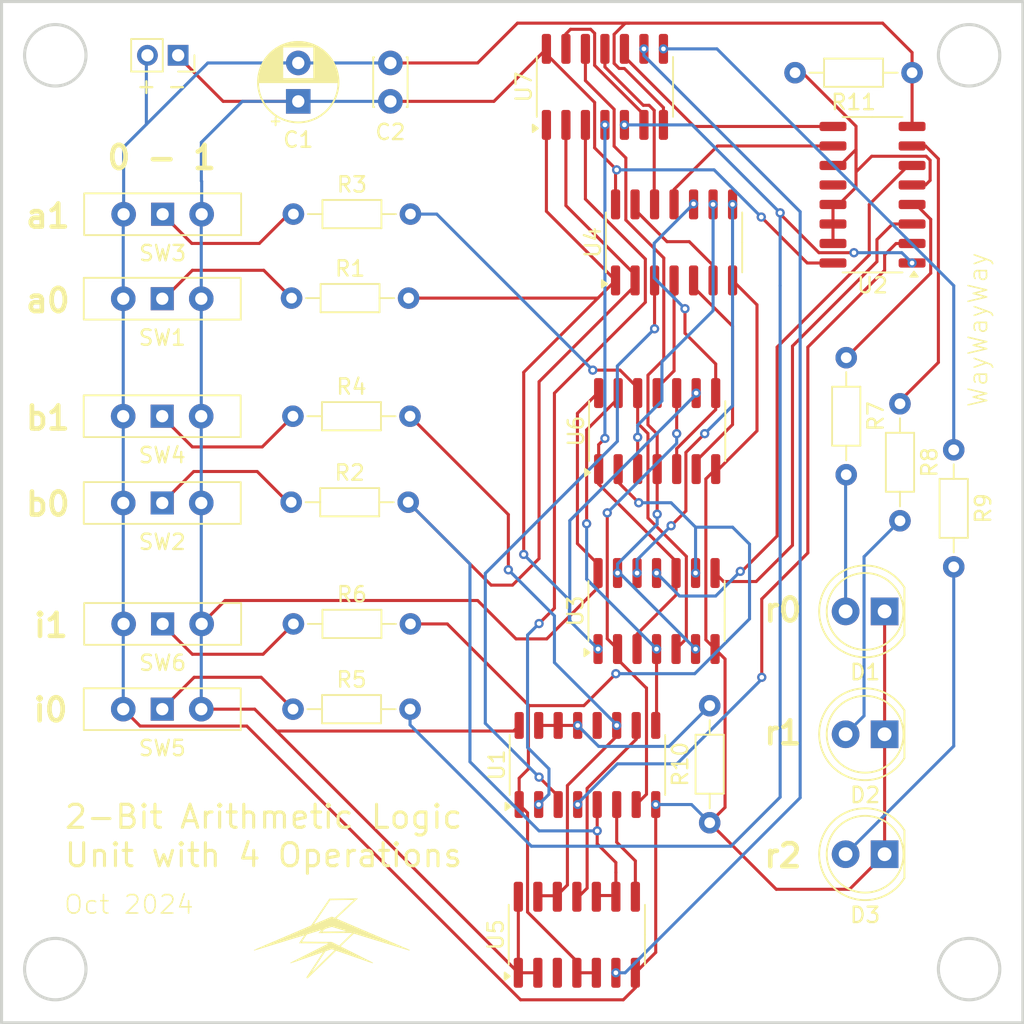
<source format=kicad_pcb>
(kicad_pcb (version 20240108) (generator "pcbnew") (generator_version "8.0")
  (layers (0 "F.Cu" signal) (31 "B.Cu" signal) (34 "B.Paste" user) (35 "F.Paste" user) (36 "B.SilkS" user "B.Silkscreen") (37 "F.SilkS" user "F.Silkscreen") (38 "B.Mask" user) (39 "F.Mask" user) (44 "Edge.Cuts" user))
  (net 0 "")
  (net 1 "GND")
  (net 2 "+5V")
  (net 3 "Net-(D1-A)")
  (net 4 "Net-(D2-A)")
  (net 5 "Net-(D3-A)")
  (net 6 "/A0")
  (net 7 "Net-(SW1-B)")
  (net 8 "/B0")
  (net 9 "Net-(SW2-B)")
  (net 10 "Net-(SW3-B)")
  (net 11 "/A1")
  (net 12 "Net-(SW4-B)")
  (net 13 "/B1")
  (net 14 "/I0")
  (net 15 "Net-(SW5-B)")
  (net 16 "Net-(SW6-B)")
  (net 17 "/I1")
  (net 18 "Net-(U2-E)")
  (net 19 "Net-(U2-Za)")
  (net 20 "Net-(U2-Zb)")
  (net 21 "Net-(U1-E)")
  (net 22 "/U7C-OUT")
  (net 23 "/U5C-OUT")
  (net 24 "/U1A-OUT")
  (net 25 "/U5D-OUT")
  (net 26 "/U7A-OUT")
  (net 27 "/U1C-OUT")
  (net 29 "/U1B-OUT")
  (net 31 "/U4A-OUT")
  (net 32 "/U3D-OUT")
  (net 33 "/U3C-OUT")
  (net 34 "/U4D-OUT")
  (net 35 "/U2C-OUT")
  (net 36 "/U3B-OUT")
  (net 37 "/U3A-OUT")
  (net 38 "Net-(U4-Pad13)")
  (net 39 "/U4C-OUT")
  (net 40 "/U6A-OUT")
  (net 41 "/U6C-OUT")
  (net 42 "/U6D-OUT")
  (net 43 "/U6B-OUT")
  (net 45 "/U7D-OUT")
  (net 46 "Net-(U7-Pad13)")
  (net 47 "/U5B-OUT")
  (footprint "Button_Switch_THT:SW_Slide-03_Wuerth-WS-SLTV_10x2.5x6.4_P2.54mm" (layer "F.Cu") (at 22.49 25.85 180)
    (property "Reference" "SW3")
    (property "Value" "SW_Wuerth_450301014042" (hide yes))
  )
  (footprint "Resistor_THT:R_Axial_DIN0204_L3.6mm_D1.6mm_P7.62mm_Horizontal" (layer "F.Cu") (at 31.005 25.84)
    (property "Reference" "R3")
    (property "Value" "1k" (hide yes))
  )
  (footprint "Package_SO:SO-14_3.9x8.65mm_P1.27mm" (layer "F.Cu") (at 51.2875 17.557224 90)
    (property "Reference" "U7")
    (property "Value" "74HC08" (hide yes))
  )
  (footprint "Button_Switch_THT:SW_Slide-03_Wuerth-WS-SLTV_10x2.5x6.4_P2.54mm" (layer "F.Cu") (at 22.49 52.525 180)
    (property "Reference" "SW6")
    (property "Value" "SW_Wuerth_450301014042" (hide yes))
  )
  (footprint "Resistor_THT:R_Axial_DIN0204_L3.6mm_D1.6mm_P7.62mm_Horizontal" (layer "F.Cu") (at 30.86 44.6)
    (property "Reference" "R2")
    (property "Value" "1k" (hide yes))
  )
  (footprint "Resistor_THT:R_Axial_DIN0204_L3.6mm_D1.6mm_P7.62mm_Horizontal" (layer "F.Cu") (at 70.5 38.19 -90)
    (property "Reference" "R8")
    (property "Value" "470" (hide yes))
  )
  (footprint "LED_THT:LED_D5.0mm_Clear" (layer "F.Cu") (at 69.5 51.71 180)
    (property "Reference" "D1")
    (property "Value" "LED" (hide yes))
  )
  (footprint "Resistor_THT:R_Axial_DIN0204_L3.6mm_D1.6mm_P7.62mm_Horizontal" (layer "F.Cu") (at 30.98 58.075)
    (property "Reference" "R5")
    (property "Value" "1k" (hide yes))
  )
  (footprint "Package_SO:SO-14_3.9x8.65mm_P1.27mm" (layer "F.Cu") (at 55.79 27.684448 90)
    (property "Reference" "U4")
    (property "Value" "74LS32" (hide yes))
  )
  (footprint "Button_Switch_THT:SW_Slide-03_Wuerth-WS-SLTV_10x2.5x6.4_P2.54mm" (layer "F.Cu") (at 22.465 44.65 180)
    (property "Reference" "SW2")
    (property "Value" "SW_Wuerth_450301014042" (hide yes))
  )
  (footprint "Package_SO:SO-14_3.9x8.65mm_P1.27mm" (layer "F.Cu") (at 54.69 39.969448 90)
    (property "Reference" "U6")
    (property "Value" "74LS08" (hide yes))
  )
  (footprint "Resistor_THT:R_Axial_DIN0204_L3.6mm_D1.6mm_P7.62mm_Horizontal" (layer "F.Cu") (at 67 35.19 -90)
    (property "Reference" "R7")
    (property "Value" "470" (hide yes))
  )
  (footprint "Resistor_THT:R_Axial_DIN0204_L3.6mm_D1.6mm_P7.62mm_Horizontal" (layer "F.Cu") (at 71.2875 16.633896 180)
    (property "Reference" "R11")
    (property "Value" "1k" (hide yes))
  )
  (footprint "LED_THT:LED_D5.0mm_Clear" (layer "F.Cu") (at 69.5 59.71 180)
    (property "Reference" "D2")
    (property "Value" "LED" (hide yes))
  )
  (footprint "Resistor_THT:R_Axial_DIN0204_L3.6mm_D1.6mm_P7.62mm_Horizontal" (layer "F.Cu") (at 74 41.19 -90)
    (property "Reference" "R9")
    (property "Value" "470" (hide yes))
  )
  (footprint "Capacitor_THT:CP_Radial_D5.0mm_P2.50mm" (layer "F.Cu") (at 31.32 18.5 90)
    (property "Reference" "C1")
    (property "Value" "10u" (hide yes))
  )
  (footprint "Package_SO:SO-16_3.9x9.9mm_P1.27mm" (layer "F.Cu") (at 68.7125 24.578896 180)
    (property "Reference" "U2")
    (property "Value" "74LS157" (hide yes))
  )
  (footprint "Button_Switch_THT:SW_Slide-03_Wuerth-WS-SLTV_10x2.5x6.4_P2.54mm" (layer "F.Cu") (at 22.465 31.35 180)
    (property "Reference" "SW1")
    (property "Value" "SW_Wuerth_450301014042" (hide yes))
  )
  (footprint "Button_Switch_THT:SW_Slide-03_Wuerth-WS-SLTV_10x2.5x6.4_P2.54mm" (layer "F.Cu") (at 22.46 39 180)
    (property "Reference" "SW4")
    (property "Value" "SW_Wuerth_450301014042" (hide yes))
  )
  (footprint "LED_THT:LED_D5.0mm_Clear" (layer "F.Cu") (at 69.5 67.52 180)
    (property "Reference" "D3")
    (property "Value" "LED" (hide yes))
  )
  (footprint "Package_SO:SO-16_3.9x9.9mm_P1.27mm" (layer "F.Cu") (at 50.15 61.71 90)
    (property "Reference" "U1")
    (property "Value" "74LS157" (hide yes))
  )
  (footprint "Button_Switch_THT:SW_Slide-03_Wuerth-WS-SLTV_10x2.5x6.4_P2.54mm" (layer "F.Cu") (at 22.465 58.075 180)
    (property "Reference" "SW5")
    (property "Value" "SW_Wuerth_450301014042" (hide yes))
  )
  (footprint "LOGO" (layer "F.Cu") (at 33.5 73)
    (property "Reference" "G***" (hide yes))
    (property "Value" "LOGO" (hide yes))
  )
  (footprint "Resistor_THT:R_Axial_DIN0204_L3.6mm_D1.6mm_P7.62mm_Horizontal" (layer "F.Cu") (at 58.11 65.47 90)
    (property "Reference" "R10")
    (property "Value" "1k" (hide yes))
  )
  (footprint "Package_SO:SO-14_3.9x8.65mm_P1.27mm" (layer "F.Cu") (at 54.65 51.685 90)
    (property "Reference" "U3")
    (property "Value" "74HC86" (hide yes))
  )
  (footprint "Package_SO:SO-14_3.9x8.65mm_P1.27mm" (layer "F.Cu") (at 49.46 72.765 90)
    (property "Reference" "U5")
    (property "Value" "74HC00" (hide yes))
  )
  (footprint "Resistor_THT:R_Axial_DIN0204_L3.6mm_D1.6mm_P7.62mm_Horizontal" (layer "F.Cu") (at 31.005 52.525)
    (property "Reference" "R6")
    (property "Value" "1k" (hide yes))
  )
  (footprint "Resistor_THT:R_Axial_DIN0204_L3.6mm_D1.6mm_P7.62mm_Horizontal" (layer "F.Cu") (at 30.885 31.31)
    (property "Reference" "R1")
    (property "Value" "1k" (hide yes))
  )
  (footprint "Connector_PinSocket_2.00mm:PinSocket_1x02_P2.00mm_Vertical" (layer "F.Cu") (at 23.5 15.5 -90)
    (property "Reference" "J1" (hide yes))
    (property "Value" "Conn_01x02_Socket" (hide yes))
  )
  (footprint "Capacitor_THT:C_Disc_D3.0mm_W2.0mm_P2.50mm" (layer "F.Cu") (at 37.32 18.5 90)
    (property "Reference" "C2")
    (property "Value" "10n" (hide yes))
  )
  (footprint "Resistor_THT:R_Axial_DIN0204_L3.6mm_D1.6mm_P7.62mm_Horizontal" (layer "F.Cu") (at 30.975 39)
    (property "Reference" "R4")
    (property "Value" "1k" (hide yes))
  )
  (gr_circle (center 15.5 75) (end 17.5 75) (stroke (width 0.2)) (fill none) (layer "Edge.Cuts"))
  (gr_circle (center 15.5 15.5) (end 17.5 15.5) (stroke (width 0.2)) (fill none) (layer "Edge.Cuts"))
  (gr_rect (start 12 12) (end 78.5 78.5) (stroke (width 0.2)) (fill none) (layer "Edge.Cuts"))
  (gr_circle (center 75 75) (end 77 75) (stroke (width 0.2)) (fill none) (layer "Edge.Cuts"))
  (gr_circle (center 75 15.5) (end 77 15.5) (stroke (width 0.2)) (fill none) (layer "Edge.Cuts"))
  (gr_text "r1" (at 61.5 60.5 0) (layer "F.SilkS") (effects (font (size 1.5 1.5) (thickness 0.3) (bold yes)) (justify left bottom)))
  (gr_text "0 - 1\n" (at 18.73 23.0375 0) (layer "F.SilkS") (effects (font (size 1.5 1.5) (thickness 0.3) (bold yes)) (justify left bottom)))
  (gr_text "r2" (at 61.5 68.5 0) (layer "F.SilkS") (effects (font (size 1.5 1.5) (thickness 0.3) (bold yes)) (justify left bottom)))
  (gr_text "r0" (at 61.5 52.5 0) (layer "F.SilkS") (effects (font (size 1.5 1.5) (thickness 0.3) (bold yes)) (justify left bottom)))
  (gr_text "+ -" (at 22.43 17.5 0) (layer "F.SilkS") (effects (font (size 1 1))))
  (gr_text "Unit with 4 Operations" (at 16 68.4625 0) (layer "F.SilkS") (effects (font (size 1.5 1.5) (thickness 0.2)) (justify left bottom)))
  (gr_text "i1\n" (at 13.95 53.5 0) (layer "F.SilkS") (effects (font (size 1.5 1.5) (thickness 0.3) (bold yes)) (justify left bottom)))
  (gr_text "b1\n" (at 13.425 40 0) (layer "F.SilkS") (effects (font (size 1.5 1.5) (thickness 0.3) (bold yes)) (justify left bottom)))
  (gr_text "a0" (at 13.425 32.35 0) (layer "F.SilkS") (effects (font (size 1.5 1.5) (thickness 0.3) (bold yes)) (justify left bottom)))
  (gr_text "b0\n" (at 13.425 45.6 0) (layer "F.SilkS") (effects (font (size 1.5 1.5) (thickness 0.3) (bold yes)) (justify left bottom)))
  (gr_text "Oct 2024" (at 16 71.5 0) (layer "F.SilkS") (effects (font (size 1.2 1.2) (thickness 0.1)) (justify left bottom)))
  (gr_text "2-Bit Arithmetic Logic\n" (at 16 65.9625 0) (layer "F.SilkS") (effects (font (size 1.5 1.5) (thickness 0.2)) (justify left bottom)))
  (gr_text "i0" (at 13.925 59 0) (layer "F.SilkS") (effects (font (size 1.5 1.5) (thickness 0.3) (bold yes)) (justify left bottom)))
  (gr_text "WayWayWay" (at 76.2875 38.5 90) (layer "F.SilkS") (effects (font (size 1.2 1.2) (thickness 0.1)) (justify left bottom)))
  (gr_text "a1" (at 13.425 26.85 0) (layer "F.SilkS") (effects (font (size 1.5 1.5) (thickness 0.3) (bold yes)) (justify left bottom)))
  (segment (start 59.635552 30.159448) (end 59.6 30.159448) (width 0.2) (layer "F.Cu") (net 1))
  (segment (start 52.875 13.407224) (end 45.592776 13.407224) (width 0.2) (layer "F.Cu") (net 1))
  (segment (start 52.216948 16.357224) (end 51.8875 16.027776) (width 0.2) (layer "F.Cu") (net 1))
  (segment (start 69.5 67.52) (end 67.215 69.805) (width 0.2) (layer "F.Cu") (net 1))
  (segment (start 61.19 39.954448) (end 58.7 42.444448) (width 0.2) (layer "F.Cu") (net 1))
  (segment (start 58.11 65.47) (end 59.11 64.47) (width 0.2) (layer "F.Cu") (net 1))
  (segment (start 58.46 54.16) (end 57.86 53.56) (width 0.2) (layer "F.Cu") (net 1))
  (segment (start 59.6 29.544448) (end 59.6 30.159448) (width 0.2) (layer "F.Cu") (net 1))
  (segment (start 45.592776 13.407224) (end 43 16) (width 0.2) (layer "F.Cu") (net 1))
  (segment (start 52.484999 77) (end 45.794448 77) (width 0.2) (layer "F.Cu") (net 1))
  (segment (start 54.595 64.285) (end 54.595 73.915) (width 0.2) (layer "F.Cu") (net 1))
  (segment (start 59.11 64.47) (end 59.11 54.81) (width 0.2) (layer "F.Cu") (net 1))
  (segment (start 53.3 75.21) (end 53.27 75.21) (width 0.2) (layer "F.Cu") (net 1))
  (segment (start 55.0975 20.032224) (end 55.0975 18.903545) (width 0.2) (layer "F.Cu") (net 1))
  (segment (start 53.27 76.214999) (end 52.484999 77) (width 0.2) (layer "F.Cu") (net 1))
  (segment (start 58.7 42.444448) (end 58.5 42.444448) (width 0.2) (layer "F.Cu") (net 1))
  (segment (start 69.370828 13.407224) (end 71.2875 15.323896) (width 0.2) (layer "F.Cu") (net 1))
  (segment (start 51.8875 14.136672) (end 52.616948 13.407224) (width 0.2) (layer "F.Cu") (net 1))
  (segment (start 53.27 75.24) (end 53.27 76.214999) (width 0.2) (layer "F.Cu") (net 1))
  (segment (start 43 16) (end 37.32 16) (width 0.2) (layer "F.Cu") (net 1))
  (segment (start 57.86 53.56) (end 57.86 43.084448) (width 0.2) (layer "F.Cu") (net 1))
  (segment (start 57.86 43.084448) (end 58.5 42.444448) (width 0.2) (layer "F.Cu") (net 1))
  (segment (start 59.11 54.81) (end 58.46 54.16) (width 0.2) (layer "F.Cu") (net 1))
  (segment (start 61.19 31.749448) (end 61.19 39.954448) (width 0.2) (layer "F.Cu") (net 1))
  (segment (start 69.5 51.71) (end 69.5 67.52) (width 0.2) (layer "F.Cu") (net 1))
  (segment (start 52.551179 16.357224) (end 52.216948 16.357224) (width 0.2) (layer "F.Cu") (net 1))
  (segment (start 59.6 30.159448) (end 61.19 31.749448) (width 0.2) (layer "F.Cu") (net 1))
  (segment (start 45.794448 77) (end 27.969448 59.175) (width 0.2) (layer "F.Cu") (net 1))
  (segment (start 51.8875 16.027776) (end 51.8875 14.136672) (width 0.2) (layer "F.Cu") (net 1))
  (segment (start 54.595 73.915) (end 53.3 75.21) (width 0.2) (layer "F.Cu") (net 1))
  (segment (start 71.2875 15.323896) (end 71.2875 20.133896) (width 0.2) (layer "F.Cu") (net 1))
  (segment (start 55.0975 18.903545) (end 52.551179 16.357224) (width 0.2) (layer "F.Cu") (net 1))
  (segment (start 67.215 69.805) (end 62.445 69.805) (width 0.2) (layer "F.Cu") (net 1))
  (segment (start 62.445 69.805) (end 58.11 65.47) (width 0.2) (layer "F.Cu") (net 1))
  (segment (start 27.969448 59.175) (end 21.025 59.175) (width 0.2) (layer "F.Cu") (net 1))
  (segment (start 21.025 59.175) (end 19.925 58.075) (width 0.2) (layer "F.Cu") (net 1))
  (segment (start 52.616948 13.407224) (end 69.370828 13.407224) (width 0.2) (layer "F.Cu") (net 1))
  (via (at 54.595 64.285) (size 0.6) (drill 0.3) (layers "F.Cu" "B.Cu") (net 1))
  (segment (start 37.32 16) (end 29.54 16) (width 0.2) (layer "B.Cu") (net 1))
  (segment (start 19.925 26.4925) (end 19.925 58.075) (width 0.2) (layer "B.Cu") (net 1))
  (segment (start 19.95 25.85) (end 19.95 26.4675) (width 0.2) (layer "B.Cu") (net 1))
  (segment (start 25.43 16) (end 31.32 16) (width 0.2) (layer "B.Cu") (net 1))
  (segment (start 56.925 64.285) (end 54.595 64.285) (width 0.2) (layer "B.Cu") (net 1))
  (segment (start 19.95 21.48) (end 19.95 25.85) (width 0.2) (layer "B.Cu") (net 1))
  (segment (start 19.965 21.465) (end 25.43 16) (width 0.2) (layer "B.Cu") (net 1))
  (segment (start 21.43 15.5) (end 21.43 20) (width 0.2) (layer "B.Cu") (net 1))
  (segment (start 19.95 26.4675) (end 19.925 26.4925) (width 0.2) (layer "B.Cu") (net 1))
  (segment (start 58.11 65.47) (end 56.925 64.285) (width 0.2) (layer "B.Cu") (net 1))
  (segment (start 45.5 53.5) (end 47.5 53.5) (width 0.2) (layer "F.Cu") (net 2))
  (segment (start 46.92 75.24) (end 45.65 75.24) (width 0.2) (layer "F.Cu") (net 2))
  (segment (start 52.05 22.959448) (end 50.6175 21.526948) (width 0.2) (layer "F.Cu") (net 2))
  (segment (start 61.468125 26.031875) (end 64.460146 29.023896) (width 0.2) (layer "F.Cu") (net 2))
  (segment (start 28.485 58.075) (end 25.005 58.075) (width 0.2) (layer "F.Cu") (net 2))
  (segment (start 44.059724 18.5) (end 37.32 18.5) (width 0.2) (layer "F.Cu") (net 2))
  (segment (start 24.85 58.075) (end 25.005 58.075) (width 0.2) (layer "F.Cu") (net 2))
  (segment (start 51.98 23.029448) (end 51.98 25.209448) (width 0.2) (layer "F.Cu") (net 2))
  (segment (start 45.65 75.24) (end 28.485 58.075) (width 0.2) (layer "F.Cu") (net 2))
  (segment (start 49.4975 47.296029) (end 50.84 48.638529) (width 0.2) (layer "F.Cu") (net 2))
  (segment (start 50.88 37.494448) (end 50.816039 37.494448) (width 0.2) (layer "F.Cu") (net 2))
  (segment (start 45.34 59.5) (end 29.91 59.5) (width 0.2) (layer "F.Cu") (net 2))
  (segment (start 26.43 18.5) (end 31.32 18.5) (width 0.2) (layer "F.Cu") (net 2))
  (segment (start 45.65 70.29) (end 45.65 75.24) (width 0.2) (layer "F.Cu") (net 2))
  (segment (start 47.4775 15.082224) (end 47.4775 15.8425) (width 0.2) (layer "F.Cu") (net 2))
  (segment (start 43 51) (end 45.5 53.5) (width 0.2) (layer "F.Cu") (net 2))
  (segment (start 50.6175 21.526948) (end 50.6175 18.567776) (width 0.2) (layer "F.Cu") (net 2))
  (segment (start 64.460146 29.023896) (end 66.1375 29.023896) (width 0.2) (layer "F.Cu") (net 2))
  (segment (start 50.84 50.16) (end 50.84 49.21) (width 0.2) (layer "F.Cu") (net 2))
  (segment (start 25.03 52.525) (end 26.555 51) (width 0.2) (layer "F.Cu") (net 2))
  (segment (start 23.43 15.5) (end 26.43 18.5) (width 0.2) (layer "F.Cu") (net 2))
  (segment (start 47.5 53.5) (end 50.84 50.16) (width 0.2) (layer "F.Cu") (net 2))
  (segment (start 49.4975 38.812987) (end 49.4975 47.296029) (width 0.2) (layer "F.Cu") (net 2))
  (segment (start 50.6175 18.567776) (end 47.4775 15.427776) (width 0.2) (layer "F.Cu") (net 2))
  (segment (start 50.84 48.638529) (end 50.84 49.21) (width 0.2) (layer "F.Cu") (net 2))
  (segment (start 47.4775 15.082224) (end 44.059724 18.5) (width 0.2) (layer "F.Cu") (net 2))
  (segment (start 45.705 59.135) (end 45.34 59.5) (width 0.2) (layer "F.Cu") (net 2))
  (segment (start 26.555 51) (end 43 51) (width 0.2) (layer "F.Cu") (net 2))
  (segment (start 50.816039 37.494448) (end 49.4975 38.812987) (width 0.2) (layer "F.Cu") (net 2))
  (segment (start 52.05 22.959448) (end 51.98 23.029448) (width 0.2) (layer "F.Cu") (net 2))
  (segment (start 47.4775 15.427776) (end 47.4775 15.082224) (width 0.2) (layer "F.Cu") (net 2))
  (via (at 52.05 22.959448) (size 0.6) (drill 0.3) (layers "F.Cu" "B.Cu") (net 2))
  (via (at 61.468125 26.031875) (size 0.6) (drill 0.3) (layers "F.Cu" "B.Cu") (net 2))
  (segment (start 25.01 21.17) (end 25.01 23.6875) (width 0.2) (layer "B.Cu") (net 2))
  (segment (start 25.03 25.85) (end 25.03 23.7075) (width 0.2) (layer "B.Cu") (net 2))
  (segment (start 24.98 26.14) (end 25.005 26.165) (width 0.2) (layer "B.Cu") (net 2))
  (segment (start 25.005 25.875) (end 25.03 25.85) (width 0.2) (layer "B.Cu") (net 2))
  (segment (start 37.32 18.5) (end 30.82 18.5) (width 0.2) (layer "B.Cu") (net 2))
  (segment (start 31.32 18.5) (end 27.68 18.5) (width 0.2) (layer "B.Cu") (net 2))
  (segment (start 25.01 23.6875) (end 25.03 23.7075) (width 0.2) (layer "B.Cu") (net 2))
  (segment (start 61.468125 26.031875) (end 61.5 26.06375) (width 0.2) (layer "B.Cu") (net 2))
  (segment (start 61.468125 26.031875) (end 58.395698 22.959448) (width 0.2) (layer "B.Cu") (net 2))
  (segment (start 25.005 58.075) (end 25.005 25.875) (width 0.2) (layer "B.Cu") (net 2))
  (segment (start 58.395698 22.959448) (end 52.05 22.959448) (width 0.2) (layer "B.Cu") (net 2))
  (segment (start 25.01 21.17) (end 27.68 18.5) (width 0.2) (layer "B.Cu") (net 2))
  (segment (start 66.96 42.85) (end 67 42.81) (width 0.2) (layer "B.Cu") (net 3))
  (segment (start 66.96 51.71) (end 66.96 42.85) (width 0.2) (layer "B.Cu") (net 3))
  (segment (start 70.5 45.81) (end 68.16 48.15) (width 0.2) (layer "B.Cu") (net 4))
  (segment (start 68.16 58.51) (end 66.96 59.71) (width 0.2) (layer "B.Cu") (net 4))
  (segment (start 68.16 48.15) (end 68.16 58.51) (width 0.2) (layer "B.Cu") (net 4))
  (segment (start 70.5 45.81) (end 70.7 46.01) (width 0.2) (layer "B.Cu") (net 4))
  (segment (start 74 60.48) (end 66.96 67.52) (width 0.2) (layer "B.Cu") (net 5))
  (segment (start 74 48.81) (end 74 60.48) (width 0.2) (layer "B.Cu") (net 5))
  (segment (start 47.4775 20.032224) (end 47.4775 25.656948) (width 0.2) (layer "F.Cu") (net 6))
  (segment (start 47.4775 25.656948) (end 51.98 30.159448) (width 0.2) (layer "F.Cu") (net 6))
  (segment (start 57.23 37.494448) (end 57.23 37.148896) (width 0.2) (layer "F.Cu") (net 6))
  (segment (start 46 48) (end 46 36.139448) (width 0.2) (layer "F.Cu") (net 6))
  (segment (start 50.829448 31.31) (end 46 36.139448) (width 0.2) (layer "F.Cu") (net 6))
  (segment (start 38.315 31.31) (end 38.41 31.31) (width 0.2) (layer "F.Cu") (net 6))
  (segment (start 51.98 30.47125) (end 51.98 30.159448) (width 0.2) (layer "F.Cu") (net 6))
  (segment (start 38.7325 31.5375) (end 38.505 31.31) (width 0.2) (layer "F.Cu") (net 6))
  (segment (start 50.829448 31.31) (end 51.98 30.159448) (width 0.2) (layer "F.Cu") (net 6))
  (segment (start 38.505 31.31) (end 50.829448 31.31) (width 0.2) (layer "F.Cu") (net 6))
  (via (at 50.84 54.16) (size 0.6) (drill 0.3) (layers "F.Cu" "B.Cu") (net 6))
  (via (at 46 48) (size 0.6) (drill 0.3) (layers "F.Cu" "B.Cu") (net 6))
  (via (at 57.23 37.494448) (size 0.6) (drill 0.3) (layers "F.Cu" "B.Cu") (net 6))
  (segment (start 57.23 37.568186) (end 57.23 37.494448) (width 0.2) (layer "B.Cu") (net 6))
  (segment (start 46 48) (end 48.975 50.975) (width 0.2) (layer "B.Cu") (net 6))
  (segment (start 48.975 52.295) (end 49 52.27) (width 0.2) (layer "B.Cu") (net 6))
  (segment (start 50.79 54.21) (end 50.84 54.16) (width 0.2) (layer "B.Cu") (net 6))
  (segment (start 49 45.798186) (end 57.23 37.568186) (width 0.2) (layer "B.Cu") (net 6))
  (segment (start 48.975 52.295) (end 50.84 54.16) (width 0.2) (layer "B.Cu") (net 6))
  (segment (start 49 52.27) (end 49 45.798186) (width 0.2) (layer "B.Cu") (net 6))
  (segment (start 48.975 50.975) (end 48.975 52.295) (width 0.2) (layer "B.Cu") (net 6))
  (segment (start 22.465 31.35) (end 22.575 31.35) (width 0.2) (layer "F.Cu") (net 7))
  (segment (start 29.075 29.5) (end 30.885 31.31) (width 0.2) (layer "F.Cu") (net 7))
  (segment (start 22.575 31.35) (end 24.425 29.5) (width 0.2) (layer "F.Cu") (net 7))
  (segment (start 24.425 29.5) (end 29.075 29.5) (width 0.2) (layer "F.Cu") (net 7))
  (segment (start 52 68.06) (end 50.785 66.845) (width 0.2) (layer "F.Cu") (net 8))
  (segment (start 47 48.268934) (end 47 36.755) (width 0.2) (layer "F.Cu") (net 8))
  (segment (start 48.7475 25.285) (end 48.7475 20.032224) (width 0.2) (layer "F.Cu") (net 8))
  (segment (start 50.73 70.29) (end 50.73 69.845) (width 0.2) (layer "F.Cu") (net 8))
  (segment (start 52 68.71) (end 52 68.06) (width 0.2) (layer "F.Cu") (net 8))
  (segment (start 38.265 44.6) (end 38.48 44.6) (width 0.2) (layer "F.Cu") (net 8))
  (segment (start 45.268934 50) (end 47 48.268934) (width 0.2) (layer "F.Cu") (net 8))
  (segment (start 53.25 30.505) (end 53.25 30.159448) (width 0.2) (layer "F.Cu") (net 8))
  (segment (start 47 36.755) (end 53.25 30.505) (width 0.2) (layer "F.Cu") (net 8))
  (segment (start 50.785 66.845) (end 50.785 66) (width 0.2) (layer "F.Cu") (net 8))
  (segment (start 52 68.71) (end 52 70.29) (width 0.2) (layer "F.Cu") (net 8))
  (segment (start 53.25 29.7875) (end 48.7475 25.285) (width 0.2) (layer "F.Cu") (net 8))
  (segment (start 53.25 30.159448) (end 53.25 29.7875) (width 0.2) (layer "F.Cu") (net 8))
  (segment (start 43.88 50) (end 45.268934 50) (width 0.2) (layer "F.Cu") (net 8))
  (segment (start 50.65 70.21) (end 51.65 70.21) (width 0.2) (layer "F.Cu") (net 8))
  (segment (start 50.785 66) (end 50.785 64.285) (width 0.2) (layer "F.Cu") (net 8))
  (segment (start 38.48 44.6) (end 43.88 50) (width 0.2) (layer "F.Cu") (net 8))
  (via (at 50.785 66) (size 0.6) (drill 0.3) (layers "F.Cu" "B.Cu") (net 8))
  (segment (start 50.785 66) (end 47 66) (width 0.2) (layer "B.Cu") (net 8))
  (segment (start 47 66) (end 42.5 61.5) (width 0.2) (layer "B.Cu") (net 8))
  (segment (start 42.5 48.62) (end 38.48 44.6) (width 0.2) (layer "B.Cu") (net 8))
  (segment (start 42.5 61.5) (end 42.5 48.62) (width 0.2) (layer "B.Cu") (net 8))
  (segment (start 24.515 42.6) (end 28.645 42.6) (width 0.2) (layer "F.Cu") (net 9))
  (segment (start 28.645 42.6) (end 30.645 44.6) (width 0.2) (layer "F.Cu") (net 9))
  (segment (start 22.465 44.65) (end 24.515 42.6) (width 0.2) (layer "F.Cu") (net 9))
  (segment (start 22.49 25.85) (end 24.39 27.75) (width 0.2) (layer "F.Cu") (net 10))
  (segment (start 28.785 27.75) (end 30.695 25.84) (width 0.2) (layer "F.Cu") (net 10))
  (segment (start 24.39 27.75) (end 28.785 27.75) (width 0.2) (layer "F.Cu") (net 10))
  (segment (start 56.59 53.49) (end 56.59 48.1275) (width 0.2) (layer "F.Cu") (net 11))
  (segment (start 54.09 40.1275) (end 53.42 39.4575) (width 0.2) (layer "F.Cu") (net 11))
  (segment (start 54.09 45.6275) (end 54.09 40.1275) (width 0.2) (layer "F.Cu") (net 11))
  (segment (start 53.42 37.148896) (end 53.42 37.494448) (width 0.2) (layer "F.Cu") (net 11))
  (segment (start 50.4975 36) (end 52.271104 36) (width 0.2) (layer "F.Cu") (net 11))
  (segment (start 55.92 54.16) (end 56.11 54.35) (width 0.2) (layer "F.Cu") (net 11))
  (segment (start 55.92 54.16) (end 56.59 53.49) (width 0.2) (layer "F.Cu") (net 11))
  (segment (start 53.42 39.4575) (end 53.42 37.494448) (width 0.2) (layer "F.Cu") (net 11))
  (segment (start 52.271104 36) (end 53.42 37.148896) (width 0.2) (layer "F.Cu") (net 11))
  (segment (start 38.625 25.84) (end 38.615 25.84) (width 0.2) (layer "F.Cu") (net 11))
  (segment (start 38.625 26.025) (end 38.625 25.84) (width 0.2) (layer "F.Cu") (net 11))
  (segment (start 56.59 48.1275) (end 54.09 45.6275) (width 0.2) (layer "F.Cu") (net 11))
  (via (at 50.4975 36) (size 0.6) (drill 0.3) (layers "F.Cu" "B.Cu") (net 11))
  (segment (start 40.3375 25.84) (end 38.625 25.84) (width 0.2) (layer "B.Cu") (net 11))
  (segment (start 50.4975 36) (end 40.3375 25.84) (width 0.2) (layer "B.Cu") (net 11))
  (segment (start 28.975 41) (end 30.975 39) (width 0.2) (layer "F.Cu") (net 12))
  (segment (start 24.425 41) (end 28.975 41) (width 0.2) (layer "F.Cu") (net 12))
  (segment (start 22.46 39.035) (end 24.425 41) (width 0.2) (layer "F.Cu") (net 12))
  (segment (start 22.46 39) (end 22.46 39.035) (width 0.2) (layer "F.Cu") (net 12))
  (segment (start 46.9325 70.2225) (end 48.15 70.2225) (width 0.2) (layer "F.Cu") (net 13))
  (segment (start 48.845 69.5275) (end 48.845 63.047224) (width 0.2) (layer "F.Cu") (net 13))
  (segment (start 52.055 59.837224) (end 52.055 59.135) (width 0.2) (layer "F.Cu") (net 13))
  (segment (start 48.19 70.2625) (end 48.15 70.2225) (width 0.2) (layer "F.Cu") (net 13))
  (segment (start 38.595 39.1125) (end 38.595 39) (width 0.2) (layer "F.Cu") (net 13))
  (segment (start 48.845 63.047224) (end 52.055 59.837224) (width 0.2) (layer "F.Cu") (net 13))
  (segment (start 48.15 70.2225) (end 48.845 69.5275) (width 0.2) (layer "F.Cu") (net 13))
  (segment (start 45 49) (end 45 45.405) (width 0.2) (layer "F.Cu") (net 13))
  (segment (start 45 45.405) (end 38.595 39) (width 0.2) (layer "F.Cu") (net 13))
  (via (at 52.055 59.135) (size 0.6) (drill 0.3) (layers "F.Cu" "B.Cu") (net 13))
  (via (at 45 49) (size 0.6) (drill 0.3) (layers "F.Cu" "B.Cu") (net 13))
  (segment (start 48 52) (end 48 55.04) (width 0.2) (layer "B.Cu") (net 13))
  (segment (start 45 49) (end 48 52) (width 0.2) (layer "B.Cu") (net 13))
  (segment (start 48 55.04) (end 52.055 59.095) (width 0.2) (layer "B.Cu") (net 13))
  (segment (start 52.055 59.095) (end 52.055 59.135) (width 0.2) (layer "B.Cu") (net 13))
  (segment (start 38.595 39.09) (end 38.595 39) (width 0.2) (layer "B.Cu") (net 13))
  (segment (start 38.8 39) (end 38.595 39) (width 0.2) (layer "B.Cu") (net 13))
  (segment (start 67.503519 28.353896) (end 65.221948 28.353896) (width 0.2) (layer "F.Cu") (net 14))
  (segment (start 65.221948 28.353896) (end 62.6975 25.829448) (width 0.2) (layer "F.Cu") (net 14))
  (segment (start 38.725 58.075) (end 38.6 58.075) (width 0.2) (layer "F.Cu") (net 14))
  (segment (start 52.5975 20.072224) (end 52.5575 20.032224) (width 0.2) (layer "F.Cu") (net 14))
  (segment (start 70.976104 29.023896) (end 71.2875 29.023896) (width 0.2) (layer "F.Cu") (net 14))
  (segment (start 62.6975 25.829448) (end 62.6975 25.759314) (width 0.2) (layer "F.Cu") (net 14))
  (via (at 71.2875 29.023896) (size 0.6) (drill 0.3) (layers "F.Cu" "B.Cu") (net 14))
  (via (at 67.503519 28.353896) (size 0.6) (drill 0.3) (layers "F.Cu" "B.Cu") (net 14))
  (via (at 62.6975 25.759314) (size 0.6) (drill 0.3) (layers "F.Cu" "B.Cu") (net 14))
  (via (at 52.5575 20.032224) (size 0.6) (drill 0.3) (layers "F.Cu" "B.Cu") (net 14))
  (segment (start 62.6975 63.8025) (end 59.5 67) (width 0.2) (layer "B.Cu") (net 14))
  (segment (start 38.6 59.1) (end 38.6 58.075) (width 0.2) (layer "B.Cu") (net 14))
  (segment (start 62.6975 25.759314) (end 62.6975 30.5) (width 0.2) (layer "B.Cu") (net 14))
  (segment (start 56.97041 20.032224) (end 62.6975 25.759314) (width 0.2) (layer "B.Cu") (net 14))
  (segment (start 62.6975 30.5) (end 62.6975 63.8025) (width 0.2) (layer "B.Cu") (net 14))
  (segment (start 59.5 67) (end 46.5 67) (width 0.2) (layer "B.Cu") (net 14))
  (segment (start 52.5575 20.032224) (end 56.97041 20.032224) (width 0.2) (layer "B.Cu") (net 14))
  (segment (start 46.5 67) (end 38.6 59.1) (width 0.2) (layer "B.Cu") (net 14))
  (segment (start 67.503519 28.353896) (end 70.6175 28.353896) (width 0.2) (layer "B.Cu") (net 14))
  (segment (start 70.6175 28.353896) (end 71.2875 29.023896) (width 0.2) (layer "B.Cu") (net 14))
  (segment (start 22.465 58.075) (end 24.54 56) (width 0.2) (layer "F.Cu") (net 15))
  (segment (start 28.905 56) (end 30.98 58.075) (width 0.2) (layer "F.Cu") (net 15))
  (segment (start 22.465 57.915) (end 22.465 58.06) (width 0.2) (layer "F.Cu") (net 15))
  (segment (start 24.54 56) (end 28.905 56) (width 0.2) (layer "F.Cu") (net 15))
  (segment (start 29.03 54.5) (end 31.005 52.525) (width 0.2) (layer "F.Cu") (net 16))
  (segment (start 24.425 54.5) (end 29.03 54.5) (width 0.2) (layer "F.Cu") (net 16))
  (segment (start 30.5125 52.525) (end 30.67 52.525) (width 0.2) (layer "F.Cu") (net 16))
  (segment (start 22.49 52.565) (end 24.425 54.5) (width 0.2) (layer "F.Cu") (net 16))
  (segment (start 22.49 52.525) (end 22.49 52.565) (width 0.2) (layer "F.Cu") (net 16))
  (segment (start 45.705 64.285) (end 45.705 62.569448) (width 0.2) (layer "F.Cu") (net 17))
  (segment (start 41.025 52.525) (end 46.15 57.65) (width 0.2) (layer "F.Cu") (net 17))
  (segment (start 46.15 57.65) (end 46.345 57.845) (width 0.2) (layer "F.Cu") (net 17))
  (segment (start 46.25 64.83) (end 46.25 71.2875) (width 0.2) (layer "F.Cu") (net 17))
  (segment (start 46.305 61.969448) (end 46.305 57.805) (width 0.2) (layer "F.Cu") (net 17))
  (segment (start 52.15 43.295) (end 52.15 42.444448) (width 0.2) (layer "F.Cu") (net 17))
  (segment (start 38.625 52.525) (end 41.025 52.525) (width 0.2) (layer "F.Cu") (net 17))
  (segment (start 49.46 74.4975) (end 49.46 75.24) (width 0.2) (layer "F.Cu") (net 17))
  (segment (start 46.25 71.2875) (end 49.46 74.4975) (width 0.2) (layer "F.Cu") (net 17))
  (segment (start 45.705 64.285) (end 46.25 64.83) (width 0.2) (layer "F.Cu") (net 17))
  (segment (start 53.49 44.635) (end 52.15 43.295) (width 0.2) (layer "F.Cu") (net 17))
  (segment (start 46.305 57.805) (end 46.15 57.65) (width 0.2) (layer "F.Cu") (net 17))
  (segment (start 45.705 62.569448) (end 46.305 61.969448) (width 0.2) (layer "F.Cu") (net 17))
  (segment (start 49.92 57.845) (end 52 55.765) (width 0.2) (layer "F.Cu") (net 17))
  (segment (start 49.46 75.24) (end 50.73 75.24) (width 0.2) (layer "F.Cu") (net 17))
  (segment (start 46.345 57.845) (end 49.92 57.845) (width 0.2) (layer "F.Cu") (net 17))
  (via (at 53.49 44.635) (size 0.6) (drill 0.3) (layers "F.Cu" "B.Cu") (net 17))
  (via (at 52 55.765) (size 0.6) (drill 0.3) (layers "F.Cu" "B.Cu") (net 17))
  (via (at 57.19 49.21) (size 0.6) (drill 0.3) (layers "F.Cu" "B.Cu") (net 17))
  (segment (start 55.5975 44.635) (end 57.19 46.2275) (width 0.2) (layer "B.Cu") (net 17))
  (segment (start 53.49 44.635) (end 55.5975 44.635) (width 0.2) (layer "B.Cu") (net 17))
  (segment (start 57.1375 55.765) (end 60.70375 52.19875) (width 0.2) (layer "B.Cu") (net 17))
  (segment (start 52 55.765) (end 57.1375 55.765) (width 0.2) (layer "B.Cu") (net 17))
  (segment (start 60.70375 47.33125) (end 59.6 46.2275) (width 0.2) (layer "B.Cu") (net 17))
  (segment (start 60.70375 52.19875) (end 60.70375 47.33125) (width 0.2) (layer "B.Cu") (net 17))
  (segment (start 59.6 46.2275) (end 57.19 46.2275) (width 0.2) (layer "B.Cu") (net 17))
  (segment (start 57.19 46.2275) (end 57.19 49.21) (width 0.2) (layer "B.Cu") (net 17))
  (segment (start 63.6675 16.633896) (end 64.153052 16.633896) (width 0.2) (layer "F.Cu") (net 18))
  (segment (start 72.462708 22.333552) (end 72.203052 22.073896) (width 0.2) (layer "F.Cu") (net 18))
  (segment (start 67.6375 21.635) (end 66.598604 22.673896) (width 0.2) (layer "F.Cu") (net 18))
  (segment (start 64.153052 16.633896) (end 67.6375 20.118344) (width 0.2) (layer "F.Cu") (net 18))
  (segment (start 66.1375 25.213896) (end 66.518604 25.213896) (width 0.2) (layer "F.Cu") (net 18))
  (segment (start 67.6375 20.118344) (end 67.6375 22.135) (width 0.2) (layer "F.Cu") (net 18))
  (segment (start 66.1375 22.673896) (end 65.891948 22.673896) (width 0.2) (layer "F.Cu") (net 18))
  (segment (start 67.6375 24.095) (end 67.6375 22.135) (width 0.2) (layer "F.Cu") (net 18))
  (segment (start 67.6375 22.135) (end 67.6375 21.635) (width 0.2) (layer "F.Cu") (net 18))
  (segment (start 67.6375 23.095) (end 67.6375 22.135) (width 0.2) (layer "F.Cu") (net 18))
  (segment (start 72.203052 22.073896) (end 68.658604 22.073896) (width 0.2) (layer "F.Cu") (net 18))
  (segment (start 66.1375 27.753896) (end 66.1375 25.213896) (width 0.2) (layer "F.Cu") (net 18))
  (segment (start 71.2875 23.943896) (end 72.162499 23.943896) (width 0.2) (layer "F.Cu") (net 18))
  (segment (start 66.598604 22.673896) (end 66.1375 22.673896) (width 0.2) (layer "F.Cu") (net 18))
  (segment (start 72.162499 23.943896) (end 72.462708 23.643687) (width 0.2) (layer "F.Cu") (net 18))
  (segment (start 72.462708 23.643687) (end 72.462708 22.333552) (width 0.2) (layer "F.Cu") (net 18))
  (segment (start 66.518604 25.213896) (end 67.6375 24.095) (width 0.2) (layer "F.Cu") (net 18))
  (segment (start 68.658604 22.073896) (end 67.6375 23.095) (width 0.2) (layer "F.Cu") (net 18))
  (segment (start 71.533052 25.213896) (end 71.2875 25.213896) (width 0.2) (layer "F.Cu") (net 19))
  (segment (start 67.22 34.97) (end 72.5 29.69) (width 0.2) (layer "F.Cu") (net 19))
  (segment (start 72.5 29.69) (end 72.5 26.180844) (width 0.2) (layer "F.Cu") (net 19))
  (segment (start 72.5 26.180844) (end 71.533052 25.213896) (width 0.2) (layer "F.Cu") (net 19))
  (segment (start 73 35.5) (end 70.5 38) (width 0.2) (layer "F.Cu") (net 20))
  (segment (start 70.5 38) (end 70.5 38.19) (width 0.2) (layer "F.Cu") (net 20))
  (segment (start 71.2875 21.403896) (end 72.162499 21.403896) (width 0.2) (layer "F.Cu") (net 20))
  (segment (start 72.162499 21.403896) (end 73 22.241397) (width 0.2) (layer "F.Cu") (net 20))
  (segment (start 72.162498 21.403896) (end 71.2875 21.403896) (width 0.2) (layer "F.Cu") (net 20))
  (segment (start 73 22.241397) (end 73 35.5) (width 0.2) (layer "F.Cu") (net 20))
  (segment (start 46.975 59.135) (end 49.515 59.135) (width 0.2) (layer "F.Cu") (net 21))
  (via (at 49.515 59.135) (size 0.6) (drill 0.3) (layers "F.Cu" "B.Cu") (net 21))
  (segment (start 58.11 57.85) (end 55.46 60.5) (width 0.2) (layer "B.Cu") (net 21))
  (segment (start 55.46 60.5) (end 50.88 60.5) (width 0.2) (layer "B.Cu") (net 21))
  (segment (start 50.88 60.5) (end 49.515 59.135) (width 0.2) (layer "B.Cu") (net 21))
  (via (at 55.0975 15.082224) (size 0.6) (drill 0.3) (layers "F.Cu" "B.Cu") (net 22))
  (segment (start 58.582224 15.082224) (end 55.0975 15.082224) (width 0.2) (layer "B.Cu") (net 22))
  (segment (start 74 30.5) (end 58.582224 15.082224) (width 0.2) (layer "B.Cu") (net 22))
  (segment (start 74 41.19) (end 74 30.5) (width 0.2) (layer "B.Cu") (net 22))
  (segment (start 53.27 70.21) (end 53.27 67.955) (width 0.2) (layer "F.Cu") (net 23))
  (segment (start 53.27 67.955) (end 52.055 66.74) (width 0.2) (layer "F.Cu") (net 23))
  (segment (start 52.055 66.74) (end 52.055 64.285) (width 0.2) (layer "F.Cu") (net 23))
  (segment (start 64.5 47.9025) (end 64.5 34.5) (width 0.2) (layer "F.Cu") (net 24))
  (segment (start 70.5575 27.753896) (end 71.2875 27.753896) (width 0.2) (layer "F.Cu") (net 24))
  (segment (start 61.5 56) (end 61.5 50.9025) (width 0.2) (layer "F.Cu") (net 24))
  (segment (start 64.5 34.5) (end 69.5 29.5) (width 0.2) (layer "F.Cu") (net 24))
  (segment (start 69.5 29.5) (end 69.5 28.5) (width 0.2) (layer "F.Cu") (net 24))
  (segment (start 61.5 50.9025) (end 64.5 47.9025) (width 0.2) (layer "F.Cu") (net 24))
  (segment (start 70.246104 27.753896) (end 71.2875 27.753896) (width 0.2) (layer "F.Cu") (net 24))
  (segment (start 69.5 28.5) (end 70.246104 27.753896) (width 0.2) (layer "F.Cu") (net 24))
  (via (at 61.5 56) (size 0.6) (drill 0.3) (layers "F.Cu" "B.Cu") (net 24))
  (via (at 49.515 64.285) (size 0.6) (drill 0.3) (layers "F.Cu" "B.Cu") (net 24))
  (segment (start 55.98125 61.635) (end 52.0975 61.635) (width 0.2) (layer "B.Cu") (net 24))
  (segment (start 61.5 56) (end 61.5 56.11625) (width 0.2) (layer "B.Cu") (net 24))
  (segment (start 61.5 56.11625) (end 55.98125 61.635) (width 0.2) (layer "B.Cu") (net 24))
  (segment (start 49.515 64.2175) (end 49.515 64.285) (width 0.2) (layer "B.Cu") (net 24))
  (segment (start 52.0975 61.635) (end 49.515 64.2175) (width 0.2) (layer "B.Cu") (net 24))
  (segment (start 50.13 69.73) (end 50.13 63.23) (width 0.2) (layer "F.Cu") (net 25))
  (segment (start 49.46 70.4) (end 50.13 69.73) (width 0.2) (layer "F.Cu") (net 25))
  (segment (start 53.325 60.035) (end 53.325 59.135) (width 0.2) (layer "F.Cu") (net 25))
  (segment (start 50.13 63.23) (end 53.325 60.035) (width 0.2) (layer "F.Cu") (net 25))
  (segment (start 53.92 28.765) (end 50.0175 24.8625) (width 0.2) (layer "F.Cu") (net 26))
  (segment (start 50.0175 19.237776) (end 50.0175 20.032224) (width 0.2) (layer "F.Cu") (net 26))
  (segment (start 48 37.5) (end 53.92 31.58) (width 0.2) (layer "F.Cu") (net 26))
  (segment (start 47 52.5) (end 48 51.5) (width 0.2) (layer "F.Cu") (net 26))
  (segment (start 50.0175 24.8625) (end 50.0175 20.032224) (width 0.2) (layer "F.Cu") (net 26))
  (segment (start 48 51.5) (end 48 37.5) (width 0.2) (layer "F.Cu") (net 26))
  (segment (start 53.92 31.58) (end 53.92 28.765) (width 0.2) (layer "F.Cu") (net 26))
  (via (at 47 52.5) (size 0.6) (drill 0.3) (layers "F.Cu" "B.Cu") (net 26))
  (via (at 46.975 64.285) (size 0.6) (drill 0.3) (layers "F.Cu" "B.Cu") (net 26))
  (segment (start 46.25 60.566472) (end 47.644999 61.961471) (width 0.2) (layer "B.Cu") (net 26))
  (segment (start 46.25 53.25) (end 46.25 60.566472) (width 0.2) (layer "B.Cu") (net 26))
  (segment (start 47.644999 61.961471) (end 47.644999 63.615001) (width 0.2) (layer "B.Cu") (net 26))
  (segment (start 47 52.5) (end 46.25 53.25) (width 0.2) (layer "B.Cu") (net 26))
  (segment (start 47.644999 63.615001) (end 46.975 64.285) (width 0.2) (layer "B.Cu") (net 26))
  (segment (start 50.0975 46) (end 50.0975 39.8925) (width 0.2) (layer "F.Cu") (net 27))
  (segment (start 54.555 54.255) (end 54.65 54.16) (width 0.2) (layer "F.Cu") (net 27))
  (segment (start 54.595 59.135) (end 54.65 59.08) (width 0.2) (layer "F.Cu") (net 27))
  (segment (start 50.0975 39.8925) (end 52.15 37.84) (width 0.2) (layer "F.Cu") (net 27))
  (segment (start 52.15 37.84) (end 52.15 37.494448) (width 0.2) (layer "F.Cu") (net 27))
  (segment (start 54.65 59.08) (end 54.65 54.16) (width 0.2) (layer "F.Cu") (net 27))
  (via (at 50.0975 46) (size 0.6) (drill 0.3) (layers "F.Cu" "B.Cu") (net 27))
  (via (at 54.65 54.16) (size 0.6) (drill 0.3) (layers "F.Cu" "B.Cu") (net 27))
  (segment (start 50.0975 46) (end 50.0975 49.6075) (width 0.2) (layer "B.Cu") (net 27))
  (segment (start 50.0975 49.6075) (end 54.65 54.16) (width 0.2) (layer "B.Cu") (net 27))
  (segment (start 53.995 56.71) (end 52.11 54.825) (width 0.2) (layer "F.Cu") (net 29))
  (segment (start 55.96 40.135) (end 55.96 37.494448) (width 0.2) (layer "F.Cu") (net 29))
  (segment (start 53.325 64.285) (end 53.995 63.615) (width 0.2) (layer "F.Cu") (net 29))
  (segment (start 52.11 54.825) (end 52.11 54.16) (width 0.2) (layer "F.Cu") (net 29))
  (segment (start 51.44 53.49) (end 52.11 54.16) (width 0.2) (layer "F.Cu") (net 29))
  (segment (start 53.995 63.615) (end 53.995 56.685551) (width 0.2) (layer "F.Cu") (net 29))
  (segment (start 51.44 45.2925) (end 51.44 53.49) (width 0.2) (layer "F.Cu") (net 29))
  (via (at 55.96 40.135) (size 0.6) (drill 0.3) (layers "F.Cu" "B.Cu") (net 29))
  (via (at 51.44 45.2925) (size 0.6) (drill 0.3) (layers "F.Cu" "B.Cu") (net 29))
  (segment (start 55.96 40.7725) (end 51.44 45.2925) (width 0.2) (layer "B.Cu") (net 29))
  (segment (start 55.96 40.135) (end 55.96 40.7725) (width 0.2) (layer "B.Cu") (net 29))
  (segment (start 54.52 33.306875) (end 54.52 30.159448) (width 0.2) (layer "F.Cu") (net 31))
  (segment (start 48.245 63.745) (end 48.245 64.285) (width 0.2) (layer "F.Cu") (net 31))
  (segment (start 47 62.5) (end 48.245 63.745) (width 0.2) (layer "F.Cu") (net 31))
  (via (at 47 62.5) (size 0.6) (drill 0.3) (layers "F.Cu" "B.Cu") (net 31))
  (via (at 54.52 33.306875) (size 0.6) (drill 0.3) (layers "F.Cu" "B.Cu") (net 31))
  (segment (start 43.5 59) (end 43.5 49.2325) (width 0.2) (layer "B.Cu") (net 31))
  (segment (start 52.0975 35.729375) (end 54.52 33.306875) (width 0.2) (layer "B.Cu") (net 31))
  (segment (start 47 62.5) (end 43.5 59) (width 0.2) (layer "B.Cu") (net 31))
  (segment (start 52.0975 40.635) (end 52.0975 35.729375) (width 0.2) (layer "B.Cu") (net 31))
  (segment (start 43.5 49.2325) (end 52.0975 40.635) (width 0.2) (layer "B.Cu") (net 31))
  (segment (start 68.5 25.215844) (end 71.041948 22.673896) (width 0.2) (layer "F.Cu") (net 32))
  (segment (start 68.5 28.5) (end 68.5 25.215844) (width 0.2) (layer "F.Cu") (net 32))
  (segment (start 62.5 46.8025) (end 62.5 34.5) (width 0.2) (layer "F.Cu") (net 32))
  (segment (start 60.19875 49.10375) (end 62.5 46.8025) (width 0.2) (layer "F.Cu") (net 32))
  (segment (start 62.5 34.5) (end 68.5 28.5) (width 0.2) (layer "F.Cu") (net 32))
  (segment (start 71.041948 22.673896) (end 71.2875 22.673896) (width 0.2) (layer "F.Cu") (net 32))
  (segment (start 60.10375 49.10375) (end 60.19875 49.10375) (width 0.2) (layer "F.Cu") (net 32))
  (via (at 60.10375 49.10375) (size 0.6) (drill 0.3) (layers "F.Cu" "B.Cu") (net 32))
  (via (at 54.65 49.21) (size 0.6) (drill 0.3) (layers "F.Cu" "B.Cu") (net 32))
  (segment (start 58.4975 50.71) (end 56.15 50.71) (width 0.2) (layer "B.Cu") (net 32))
  (segment (start 60.10375 49.10375) (end 58.4975 50.71) (width 0.2) (layer "B.Cu") (net 32))
  (segment (start 56.15 50.71) (end 54.65 49.21) (width 0.2) (layer "B.Cu") (net 32))
  (segment (start 69 28.934314) (end 63.5 34.434314) (width 0.2) (layer "F.Cu") (net 33))
  (segment (start 59.015 49.765) (end 58.46 49.21) (width 0.2) (layer "F.Cu") (net 33))
  (segment (start 63.5 47.4025) (end 61.1375 49.765) (width 0.2) (layer "F.Cu") (net 33))
  (segment (start 63.5 34.434314) (end 63.5 47.4025) (width 0.2) (layer "F.Cu") (net 33))
  (segment (start 69 27.5) (end 69 28.934314) (width 0.2) (layer "F.Cu") (net 33))
  (segment (start 71.2875 26.483896) (end 70.016104 26.483896) (width 0.2) (layer "F.Cu") (net 33))
  (segment (start 61.1375 49.765) (end 59.015 49.765) (width 0.2) (layer "F.Cu") (net 33))
  (segment (start 70.016104 26.483896) (end 69 27.5) (width 0.2) (layer "F.Cu") (net 33))
  (segment (start 58.620553 21.403896) (end 66.1375 21.403896) (width 0.2) (layer "F.Cu") (net 34))
  (segment (start 55.79 24.234449) (end 58.620553 21.403896) (width 0.2) (layer "F.Cu") (net 34))
  (segment (start 55.79 25.209448) (end 55.79 24.234449) (width 0.2) (layer "F.Cu") (net 34))
  (segment (start 57.096396 20.133896) (end 52.5575 15.595) (width 0.2) (layer "F.Cu") (net 35))
  (segment (start 52.5575 14.736672) (end 52.5575 15.082224) (width 0.2) (layer "F.Cu") (net 35))
  (segment (start 66.1375 20.133896) (end 57.096396 20.133896) (width 0.2) (layer "F.Cu") (net 35))
  (segment (start 52.5575 15.595) (end 52.5575 15.082224) (width 0.2) (layer "F.Cu") (net 35))
  (segment (start 51.8875 21.41875) (end 51.8875 19.016672) (width 0.2) (layer "F.Cu") (net 36))
  (segment (start 51.8875 19.016672) (end 50.0175 17.146672) (width 0.2) (layer "F.Cu") (net 36))
  (segment (start 55.12 35.2975) (end 55.12 28.695) (width 0.2) (layer "F.Cu") (net 36))
  (segment (start 54.09 39.561814) (end 54.09 36.3275) (width 0.2) (layer "F.Cu") (net 36))
  (segment (start 54.69 45.37897) (end 54.69 40.161814) (width 0.2) (layer "F.Cu") (net 36))
  (segment (start 54.69 40.161814) (end 54.09 39.561814) (width 0.2) (layer "F.Cu") (net 36))
  (segment (start 52.65 22.18125) (end 51.8875 21.41875) (width 0.2) (layer "F.Cu") (net 36))
  (segment (start 52.65 26.225) (end 52.65 22.18125) (width 0.2) (layer "F.Cu") (net 36))
  (segment (start 50.0175 17.146672) (end 50.0175 15.082224) (width 0.2) (layer "F.Cu") (net 36))
  (segment (start 54.09 36.3275) (end 55.12 35.2975) (width 0.2) (layer "F.Cu") (net 36))
  (segment (start 55.12 28.695) (end 52.65 26.225) (width 0.2) (layer "F.Cu") (net 36))
  (via (at 54.69 45.37897) (size 0.6) (drill 0.3) (layers "F.Cu" "B.Cu") (net 36))
  (via (at 52.11 49.21) (size 0.6) (drill 0.3) (layers "F.Cu" "B.Cu") (net 36))
  (via (at 57.19 54.16) (size 0.6) (drill 0.3) (layers "F.Cu" "B.Cu") (net 36))
  (segment (start 54.69 46.0425) (end 52.11 48.6225) (width 0.2) (layer "B.Cu") (net 36))
  (segment (start 52.11 48.6225) (end 52.11 49.21) (width 0.2) (layer "B.Cu") (net 36))
  (segment (start 57.19 54.16) (end 52.24 49.21) (width 0.2) (layer "B.Cu") (net 36))
  (segment (start 54.69 45.37897) (end 54.69 46.0425) (width 0.2) (layer "B.Cu") (net 36))
  (segment (start 52.24 49.21) (end 52.11 49.21) (width 0.2) (layer "B.Cu") (net 36))
  (segment (start 50.88 43.4175) (end 55.92 48.4575) (width 0.2) (layer "F.Cu") (net 37))
  (segment (start 50.88 40.8525) (end 50.88 42.444448) (width 0.2) (layer "F.Cu") (net 37))
  (segment (start 55.92 50.645001) (end 55.92 49.21) (width 0.2) (layer "F.Cu") (net 37))
  (segment (start 55.92 48.4575) (end 55.92 49.21) (width 0.2) (layer "F.Cu") (net 37))
  (segment (start 50.88 42.444448) (end 50.88 43.4175) (width 0.2) (layer "F.Cu") (net 37))
  (segment (start 53.38 53.185001) (end 55.92 50.645001) (width 0.2) (layer "F.Cu") (net 37))
  (segment (start 51.2875 40.445) (end 50.88 40.8525) (width 0.2) (layer "F.Cu") (net 37))
  (segment (start 53.38 54.16) (end 53.38 53.185001) (width 0.2) (layer "F.Cu") (net 37))
  (via (at 51.2875 20.032224) (size 0.6) (drill 0.3) (layers "F.Cu" "B.Cu") (net 37))
  (via (at 51.2875 40.445) (size 0.6) (drill 0.3) (layers "F.Cu" "B.Cu") (net 37))
  (segment (start 51.2875 40.445) (end 51.2875 20.032224) (width 0.2) (layer "B.Cu") (net 37))
  (segment (start 58.33 30.159448) (end 58.33 29.184449) (width 0.2) (layer "F.Cu") (net 38))
  (segment (start 58.33 29.184449) (end 56.780551 27.635) (width 0.2) (layer "F.Cu") (net 38))
  (segment (start 56.780551 27.635) (end 55.33 27.635) (width 0.2) (layer "F.Cu") (net 38))
  (segment (start 53.25 25.555) (end 53.25 25.209448) (width 0.2) (layer "F.Cu") (net 38))
  (segment (start 55.33 27.635) (end 53.25 25.555) (width 0.2) (layer "F.Cu") (net 38))
  (segment (start 56.56 45.1725) (end 56.56 41.36) (width 0.2) (layer "F.Cu") (net 39))
  (segment (start 55.5975 46.135) (end 56.56 45.1725) (width 0.2) (layer "F.Cu") (net 39))
  (segment (start 56.56 41.36) (end 57.785 40.135) (width 0.2) (layer "F.Cu") (net 39))
  (via (at 55.5975 46.135) (size 0.6) (drill 0.3) (layers "F.Cu" "B.Cu") (net 39))
  (via (at 57.785 40.135) (size 0.6) (drill 0.3) (layers "F.Cu" "B.Cu") (net 39))
  (via (at 59.6 25.209448) (size 0.6) (drill 0.3) (layers "F.Cu" "B.Cu") (net 39))
  (via (at 53.38 49.21) (size 0.6) (drill 0.3) (layers "F.Cu" "B.Cu") (net 39))
  (segment (start 55.5975 46.135) (end 53.38 48.3525) (width 0.2) (layer "B.Cu") (net 39))
  (segment (start 53.38 48.3525) (end 53.38 49.21) (width 0.2) (layer "B.Cu") (net 39))
  (segment (start 59.5975 38.3225) (end 59.5975 25.211948) (width 0.2) (layer "B.Cu") (net 39))
  (segment (start 59.5975 25.211948) (end 59.6 25.209448) (width 0.2) (layer "B.Cu") (net 39))
  (segment (start 57.785 40.135) (end 59.5975 38.3225) (width 0.2) (layer "B.Cu") (net 39))
  (segment (start 53.42 40.371985) (end 53.42 42.444448) (width 0.2) (layer "F.Cu") (net 40))
  (via (at 58.33 25.209448) (size 0.6) (drill 0.3) (layers "F.Cu" "B.Cu") (net 40))
  (via (at 53.42 40.371985) (size 0.6) (drill 0.3) (layers "F.Cu" "B.Cu") (net 40))
  (segment (start 53.42 40.371985) (end 53.42 39.58) (width 0.2) (layer "B.Cu") (net 40))
  (segment (start 53.42 39.58) (end 55 38) (width 0.2) (layer "B.Cu") (net 40))
  (segment (start 55 35.460487) (end 58.33 32.130487) (width 0.2) (layer "B.Cu") (net 40))
  (segment (start 58.33 32.130487) (end 58.33 25.209448) (width 0.2) (layer "B.Cu") (net 40))
  (segment (start 55 38) (end 55 35.460487) (width 0.2) (layer "B.Cu") (net 40))
  (segment (start 56.5 33.594752) (end 58.5 35.594752) (width 0.2) (layer "F.Cu") (net 41))
  (segment (start 55.96 41.111471) (end 55.96 42.444448) (width 0.2) (layer "F.Cu") (net 41))
  (segment (start 56.5 32) (end 56.5 33.594752) (width 0.2) (layer "F.Cu") (net 41))
  (segment (start 58.5 35.594752) (end 58.5 37.494448) (width 0.2) (layer "F.Cu") (net 41))
  (segment (start 57.06 25.209448) (end 57.06 25.173896) (width 0.2) (layer "F.Cu") (net 41))
  (segment (start 58.5 38.571471) (end 55.96 41.111471) (width 0.2) (layer "F.Cu") (net 41))
  (segment (start 58.5 37.494448) (end 58.5 38.571471) (width 0.2) (layer "F.Cu") (net 41))
  (via (at 56.5 32) (size 0.6) (drill 0.3) (layers "F.Cu" "B.Cu") (net 41))
  (via (at 57.06 25.173896) (size 0.6) (drill 0.3) (layers "F.Cu" "B.Cu") (net 41))
  (segment (start 56.5 32) (end 54.4975 29.9975) (width 0.2) (layer "B.Cu") (net 41))
  (segment (start 54.4975 27.736396) (end 57.06 25.173896) (width 0.2) (layer "B.Cu") (net 41))
  (segment (start 54.4975 29.9975) (end 54.4975 27.736396) (width 0.2) (layer "B.Cu") (net 41))
  (segment (start 55.79 36.048896) (end 54.69 37.148896) (width 0.2) (layer "F.Cu") (net 42))
  (segment (start 55.79 30.159448) (end 55.79 36.048896) (width 0.2) (layer "F.Cu") (net 42))
  (segment (start 54.69 37.148896) (end 54.69 37.494448) (width 0.2) (layer "F.Cu") (net 42))
  (segment (start 59.5975 33.135) (end 57.06 30.5975) (width 0.2) (layer "F.Cu") (net 43))
  (segment (start 57.23 42.444448) (end 57.23 41.914448) (width 0.2) (layer "F.Cu") (net 43))
  (segment (start 57.06 30.5975) (end 57.06 30.159448) (width 0.2) (layer "F.Cu") (net 43))
  (segment (start 59.5975 39.546948) (end 59.5975 33.135) (width 0.2) (layer "F.Cu") (net 43))
  (segment (start 57.23 41.914448) (end 59.5975 39.546948) (width 0.2) (layer "F.Cu") (net 43))
  (segment (start 54.168052 18.757224) (end 53.78541 18.757224) (width 0.2) (layer "F.Cu") (net 45))
  (segment (start 54.52 25.209448) (end 54.4975 25.186948) (width 0.2) (layer "F.Cu") (net 45))
  (segment (start 54.52 25.209448) (end 54.52 26.003896) (width 0.2) (layer "F.Cu") (net 45))
  (segment (start 54.4975 19.086672) (end 54.168052 18.757224) (width 0.2) (layer "F.Cu") (net 45))
  (segment (start 54.4975 25.186948) (end 54.4975 19.086672) (width 0.2) (layer "F.Cu") (net 45))
  (segment (start 51.2875 16.259314) (end 51.2875 15.082224) (width 0.2) (layer "F.Cu") (net 45))
  (segment (start 53.78541 18.757224) (end 51.2875 16.259314) (width 0.2) (layer "F.Cu") (net 45))
  (segment (start 48.7475 15.082224) (end 48.7475 14.107225) (width 0.2) (layer "F.Cu") (net 46))
  (segment (start 50.358052 13.807224) (end 50.6175 14.066672) (width 0.2) (layer "F.Cu") (net 46))
  (segment (start 53.8275 19.365) (end 53.8275 20.032224) (width 0.2) (layer "F.Cu") (net 46))
  (segment (start 48.7475 14.107225) (end 49.047501 13.807224) (width 0.2) (layer "F.Cu") (net 46))
  (segment (start 49.047501 13.807224) (end 50.358052 13.807224) (width 0.2) (layer "F.Cu") (net 46))
  (segment (start 50.6175 14.066672) (end 50.6175 16.155) (width 0.2) (layer "F.Cu") (net 46))
  (segment (start 50.6175 16.155) (end 53.8275 19.365) (width 0.2) (layer "F.Cu") (net 46))
  (via (at 53.8275 15.082224) (size 0.6) (drill 0.3) (layers "F.Cu" "B.Cu") (net 47))
  (via (at 52 75.24) (size 0.6) (drill 0.3) (layers "F.Cu" "B.Cu") (net 47))
  (segment (start 52.60375 75.24) (end 64 63.84375) (width 0.2) (layer "B.Cu") (net 47))
  (segment (start 53.8275 15.513474) (end 53.8275 15.082224) (width 0.2) (layer "B.Cu") (net 47))
  (segment (start 64 25.685974) (end 53.8275 15.513474) (width 0.2) (layer "B.Cu") (net 47))
  (segment (start 52 75.24) (end 52.60375 75.24) (width 0.2) (layer "B.Cu") (net 47))
  (segment (start 64 63.84375) (end 64 25.685974) (width 0.2) (layer "B.Cu") (net 47))
)
</source>
